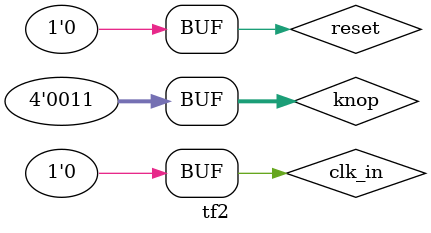
<source format=v>
`timescale 1ns / 1ps


module tf2;

	// Inputs
	reg reset;
	reg clk_in;
	reg [3:0] knop;

	// Outputs
	wire [3:0] led_buildin;
	wire [3:0] led_buildin2;
	wire [2:0] led_user;

	// Instantiate the Unit Under Test (UUT)
	dlx_toplevel uut (
		.reset(reset), 
		.clk_in(clk_in), 
		.led_buildin(led_buildin), 
		.led_buildin2(led_buildin2), 
		.led_user(led_user), 
		.knop(knop)
	);

	initial begin
		// Initialize Inputs
		reset = 0;
		clk_in = 0;
		knop = 0;

		// Wait 100 ns for global reset to finish
		#100; 
		reset = 1;
		#10;
		reset = 0;
		#100;
		
		knop = 1;
      #2000000;//2000000ns =2ms with maxCount      :     integer := 100000=>1ms
		knop = 2;
      #2000000;
		knop = 3;
      #2000000;
		knop = 4;
      #2000000;
		knop = 5;
      #2000000;
		knop = 6;
      #2000000;
		knop = 7;
      #2000000;
		knop = 8;
      #2000000;
		knop = 9;
      #2000000;
		knop = 10;
      #2000000;
		knop = 11;
      #2000000;
		knop = 12;
      #2000000;
		knop = 13;
      #2000000;
		knop = 14;
      #2000000;
		knop = 15;
      #20;
		knop = 1;
      #40;
		knop = 3;
      #200;

        
		// Add stimulus here

	end
 	always
	begin
	#5;//5ns
	clk_in = 1;
	#5;
	clk_in = 0;
	end     
endmodule


</source>
